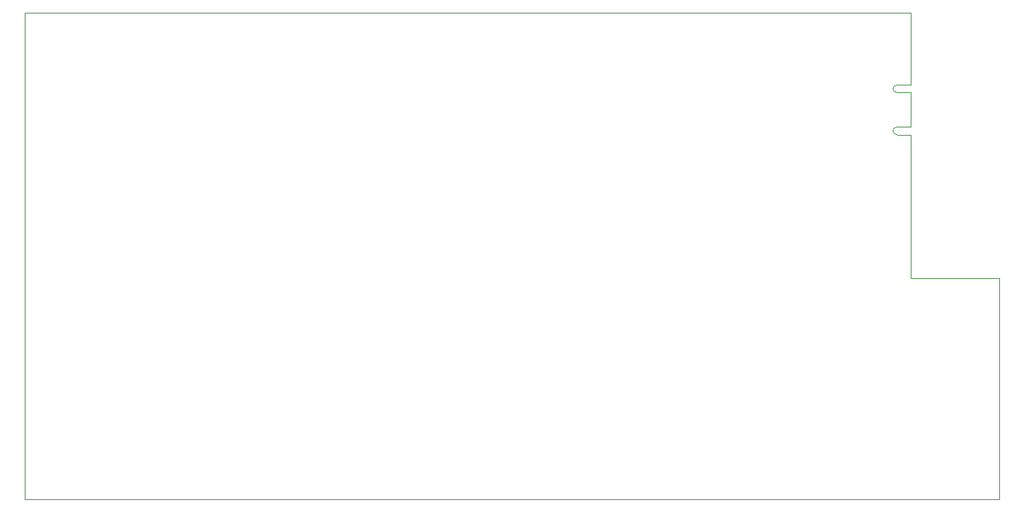
<source format=gbr>
%TF.GenerationSoftware,KiCad,Pcbnew,(6.0.9)*%
%TF.CreationDate,2022-12-08T19:58:11+01:00*%
%TF.ProjectId,battery-case-controller,62617474-6572-4792-9d63-6173652d636f,1*%
%TF.SameCoordinates,Original*%
%TF.FileFunction,Profile,NP*%
%FSLAX46Y46*%
G04 Gerber Fmt 4.6, Leading zero omitted, Abs format (unit mm)*
G04 Created by KiCad (PCBNEW (6.0.9)) date 2022-12-08 19:58:11*
%MOMM*%
%LPD*%
G01*
G04 APERTURE LIST*
%TA.AperFunction,Profile*%
%ADD10C,0.100000*%
%TD*%
G04 APERTURE END LIST*
D10*
X100000000Y-130000000D02*
X210000000Y-130000000D01*
X100000000Y-75000000D02*
X100000000Y-130000000D01*
X200000000Y-82250000D02*
X200000000Y-75000000D01*
X200000000Y-75000000D02*
X100000000Y-75000000D01*
X210000000Y-130000000D02*
X210000000Y-105000000D01*
X200000000Y-105000000D02*
X210000000Y-105000000D01*
X200000000Y-105000000D02*
X200000000Y-89750000D01*
%TO.C,J42*%
X200000000Y-89750000D02*
X200000000Y-88800000D01*
X198425000Y-88800000D02*
X200000000Y-88800000D01*
X200000000Y-83200000D02*
X200000000Y-82250000D01*
X198425000Y-84050000D02*
X200000000Y-84050000D01*
X198425000Y-83200000D02*
X200000000Y-83200000D01*
X198425000Y-87950000D02*
X200000000Y-87950000D01*
X200000000Y-87950000D02*
X200000000Y-84050000D01*
X198425000Y-83200000D02*
G75*
G03*
X198425000Y-84050000I0J-425000D01*
G01*
X198425000Y-87950000D02*
G75*
G03*
X198425000Y-88800000I0J-425000D01*
G01*
%TD*%
M02*

</source>
